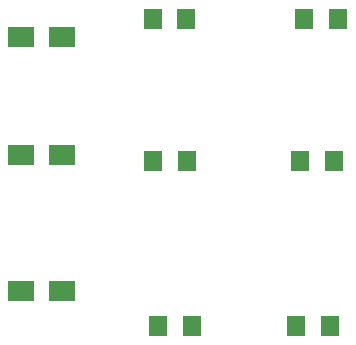
<source format=gtp>
G04 EAGLE Gerber RS-274X export*
G75*
%MOMM*%
%FSLAX34Y34*%
%LPD*%
%INSolderpaste Top*%
%IPPOS*%
%AMOC8*
5,1,8,0,0,1.08239X$1,22.5*%
G01*
%ADD10R,1.600000X1.803000*%
%ADD11R,2.184400X1.651000*%


D10*
X647480Y405500D03*
X675920Y405500D03*
X643980Y285500D03*
X672420Y285500D03*
X640480Y145500D03*
X668920Y145500D03*
X547550Y405852D03*
X519110Y405852D03*
X548112Y285199D03*
X519672Y285199D03*
X552462Y145597D03*
X524022Y145597D03*
D11*
X407982Y390000D03*
X442018Y390000D03*
X407982Y290000D03*
X442018Y290000D03*
X407982Y175000D03*
X442018Y175000D03*
M02*

</source>
